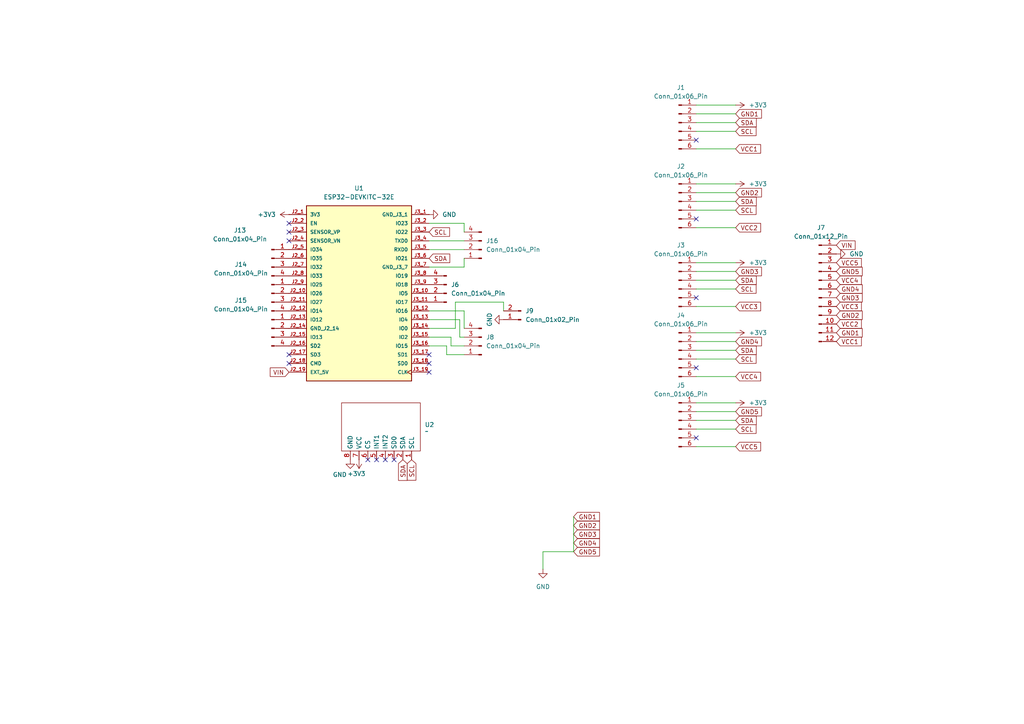
<source format=kicad_sch>
(kicad_sch (version 20231120) (generator "eeschema") (generator_version "8.0")
  (paper "A4")
  (lib_symbols
    (symbol "Connector:Conn_01x02_Pin" (pin_names (offset 1.016) hide)
      (property "Reference" "J" (at 0 2.54 0))
      (property "Value" "Conn_01x02_Pin" (at 0 -5.08 0))
      (symbol "Conn_01x02_Pin_1_1"
        (polyline (pts (xy 1.27 -2.54) (xy 0.8636 -2.54)) (stroke (width 0.1524)))
        (polyline (pts (xy 1.27 0) (xy 0.8636 0)) (stroke (width 0.1524)))
        (rectangle (start 0.8636 -2.413) (end 0 -2.667) (stroke (width 0.1524)) (fill (type outline)))
        (rectangle (start 0.8636 0.127) (end 0 -0.127) (stroke (width 0.1524)) (fill (type outline)))
        (pin passive line (at 5.08 0 180) (length 3.81) (name "Pin_1") (number "1"))
        (pin passive line (at 5.08 -2.54 180) (length 3.81) (name "Pin_2") (number "2"))
      )
    )
    (symbol "Connector:Conn_01x04_Pin" (pin_names (offset 1.016) hide)
      (property "Reference" "J" (at 0 5.08 0))
      (property "Value" "Conn_01x04_Pin" (at 0 -7.62 0))
      (symbol "Conn_01x04_Pin_1_1"
        (polyline (pts (xy 1.27 -5.08) (xy 0.8636 -5.08)) (stroke (width 0.1524)))
        (polyline (pts (xy 1.27 -2.54) (xy 0.8636 -2.54)) (stroke (width 0.1524)))
        (polyline (pts (xy 1.27 0) (xy 0.8636 0)) (stroke (width 0.1524)))
        (polyline (pts (xy 1.27 2.54) (xy 0.8636 2.54)) (stroke (width 0.1524)))
        (rectangle (start 0.8636 -4.953) (end 0 -5.207) (stroke (width 0.1524)) (fill (type outline)))
        (rectangle (start 0.8636 -2.413) (end 0 -2.667) (stroke (width 0.1524)) (fill (type outline)))
        (rectangle (start 0.8636 0.127) (end 0 -0.127) (stroke (width 0.1524)) (fill (type outline)))
        (rectangle (start 0.8636 2.667) (end 0 2.413) (stroke (width 0.1524)) (fill (type outline)))
        (pin passive line (at 5.08 2.54 180) (length 3.81) (name "Pin_1") (number "1"))
        (pin passive line (at 5.08 0 180) (length 3.81) (name "Pin_2") (number "2"))
        (pin passive line (at 5.08 -2.54 180) (length 3.81) (name "Pin_3") (number "3"))
        (pin passive line (at 5.08 -5.08 180) (length 3.81) (name "Pin_4") (number "4"))
      )
    )
    (symbol "Connector:Conn_01x06_Pin" (pin_names (offset 1.016) hide)
      (property "Reference" "J" (at 0 7.62 0))
      (property "Value" "Conn_01x06_Pin" (at 0 -10.16 0))
      (symbol "Conn_01x06_Pin_1_1"
        (polyline (pts (xy 1.27 -7.62) (xy 0.8636 -7.62)) (stroke (width 0.1524)))
        (polyline (pts (xy 1.27 -5.08) (xy 0.8636 -5.08)) (stroke (width 0.1524)))
        (polyline (pts (xy 1.27 -2.54) (xy 0.8636 -2.54)) (stroke (width 0.1524)))
        (polyline (pts (xy 1.27 0) (xy 0.8636 0)) (stroke (width 0.1524)))
        (polyline (pts (xy 1.27 2.54) (xy 0.8636 2.54)) (stroke (width 0.1524)))
        (polyline (pts (xy 1.27 5.08) (xy 0.8636 5.08)) (stroke (width 0.1524)))
        (rectangle (start 0.8636 -7.493) (end 0 -7.747) (stroke (width 0.1524)) (fill (type outline)))
        (rectangle (start 0.8636 -4.953) (end 0 -5.207) (stroke (width 0.1524)) (fill (type outline)))
        (rectangle (start 0.8636 -2.413) (end 0 -2.667) (stroke (width 0.1524)) (fill (type outline)))
        (rectangle (start 0.8636 0.127) (end 0 -0.127) (stroke (width 0.1524)) (fill (type outline)))
        (rectangle (start 0.8636 2.667) (end 0 2.413) (stroke (width 0.1524)) (fill (type outline)))
        (rectangle (start 0.8636 5.207) (end 0 4.953) (stroke (width 0.1524)) (fill (type outline)))
        (pin passive line (at 5.08 5.08 180) (length 3.81) (name "Pin_1") (number "1"))
        (pin passive line (at 5.08 2.54 180) (length 3.81) (name "Pin_2") (number "2"))
        (pin passive line (at 5.08 0 180) (length 3.81) (name "Pin_3") (number "3"))
        (pin passive line (at 5.08 -2.54 180) (length 3.81) (name "Pin_4") (number "4"))
        (pin passive line (at 5.08 -5.08 180) (length 3.81) (name "Pin_5") (number "5"))
        (pin passive line (at 5.08 -7.62 180) (length 3.81) (name "Pin_6") (number "6"))
      )
    )
    (symbol "Connector:Conn_01x12_Pin" (pin_names (offset 1.016) hide)
      (property "Reference" "J" (at 0 15.24 0))
      (property "Value" "Conn_01x12_Pin" (at 0 -17.78 0))
      (symbol "Conn_01x12_Pin_1_1"
        (polyline (pts (xy 1.27 -15.24) (xy 0.8636 -15.24)) (stroke (width 0.1524)))
        (polyline (pts (xy 1.27 -12.7) (xy 0.8636 -12.7)) (stroke (width 0.1524)))
        (polyline (pts (xy 1.27 -10.16) (xy 0.8636 -10.16)) (stroke (width 0.1524)))
        (polyline (pts (xy 1.27 -7.62) (xy 0.8636 -7.62)) (stroke (width 0.1524)))
        (polyline (pts (xy 1.27 -5.08) (xy 0.8636 -5.08)) (stroke (width 0.1524)))
        (polyline (pts (xy 1.27 -2.54) (xy 0.8636 -2.54)) (stroke (width 0.1524)))
        (polyline (pts (xy 1.27 0) (xy 0.8636 0)) (stroke (width 0.1524)))
        (polyline (pts (xy 1.27 2.54) (xy 0.8636 2.54)) (stroke (width 0.1524)))
        (polyline (pts (xy 1.27 5.08) (xy 0.8636 5.08)) (stroke (width 0.1524)))
        (polyline (pts (xy 1.27 7.62) (xy 0.8636 7.62)) (stroke (width 0.1524)))
        (polyline (pts (xy 1.27 10.16) (xy 0.8636 10.16)) (stroke (width 0.1524)))
        (polyline (pts (xy 1.27 12.7) (xy 0.8636 12.7)) (stroke (width 0.1524)))
        (rectangle (start 0.8636 -15.113) (end 0 -15.367) (stroke (width 0.1524)) (fill (type outline)))
        (rectangle (start 0.8636 -12.573) (end 0 -12.827) (stroke (width 0.1524)) (fill (type outline)))
        (rectangle (start 0.8636 -10.033) (end 0 -10.287) (stroke (width 0.1524)) (fill (type outline)))
        (rectangle (start 0.8636 -7.493) (end 0 -7.747) (stroke (width 0.1524)) (fill (type outline)))
        (rectangle (start 0.8636 -4.953) (end 0 -5.207) (stroke (width 0.1524)) (fill (type outline)))
        (rectangle (start 0.8636 -2.413) (end 0 -2.667) (stroke (width 0.1524)) (fill (type outline)))
        (rectangle (start 0.8636 0.127) (end 0 -0.127) (stroke (width 0.1524)) (fill (type outline)))
        (rectangle (start 0.8636 2.667) (end 0 2.413) (stroke (width 0.1524)) (fill (type outline)))
        (rectangle (start 0.8636 5.207) (end 0 4.953) (stroke (width 0.1524)) (fill (type outline)))
        (rectangle (start 0.8636 7.747) (end 0 7.493) (stroke (width 0.1524)) (fill (type outline)))
        (rectangle (start 0.8636 10.287) (end 0 10.033) (stroke (width 0.1524)) (fill (type outline)))
        (rectangle (start 0.8636 12.827) (end 0 12.573) (stroke (width 0.1524)) (fill (type outline)))
        (pin passive line (at 5.08 12.7 180) (length 3.81) (name "Pin_1") (number "1"))
        (pin passive line (at 5.08 -10.16 180) (length 3.81) (name "Pin_10") (number "10"))
        (pin passive line (at 5.08 -12.7 180) (length 3.81) (name "Pin_11") (number "11"))
        (pin passive line (at 5.08 -15.24 180) (length 3.81) (name "Pin_12") (number "12"))
        (pin passive line (at 5.08 10.16 180) (length 3.81) (name "Pin_2") (number "2"))
        (pin passive line (at 5.08 7.62 180) (length 3.81) (name "Pin_3") (number "3"))
        (pin passive line (at 5.08 5.08 180) (length 3.81) (name "Pin_4") (number "4"))
        (pin passive line (at 5.08 2.54 180) (length 3.81) (name "Pin_5") (number "5"))
        (pin passive line (at 5.08 0 180) (length 3.81) (name "Pin_6") (number "6"))
        (pin passive line (at 5.08 -2.54 180) (length 3.81) (name "Pin_7") (number "7"))
        (pin passive line (at 5.08 -5.08 180) (length 3.81) (name "Pin_8") (number "8"))
        (pin passive line (at 5.08 -7.62 180) (length 3.81) (name "Pin_9") (number "9"))
      )
    )
    (symbol "ESP32-DEVKITC-32E:ESP32-DEVKITC-32E" (pin_names (offset 1.016))
      (property "Reference" "U" (at -15.24 26.162 0))
      (property "Value" "ESP32-DEVKITC-32E" (at -15.24 -27.94 0))
      (symbol "ESP32-DEVKITC-32E_0_0"
        (rectangle (start -15.24 -25.4) (end 15.24 25.4) (stroke (width 0.254)) (fill (type background)))
        (pin power_in line (at -20.32 22.86 0) (length 5.08) (name "3V3") (number "J2_1"))
        (pin bidirectional line (at -20.32 0 0) (length 5.08) (name "IO26") (number "J2_10"))
        (pin bidirectional line (at -20.32 -2.54 0) (length 5.08) (name "IO27") (number "J2_11"))
        (pin bidirectional line (at -20.32 -5.08 0) (length 5.08) (name "IO14") (number "J2_12"))
        (pin bidirectional line (at -20.32 -7.62 0) (length 5.08) (name "IO12") (number "J2_13"))
        (pin power_in line (at -20.32 -10.16 0) (length 5.08) (name "GND_J2_14") (number "J2_14"))
        (pin bidirectional line (at -20.32 -12.7 0) (length 5.08) (name "IO13") (number "J2_15"))
        (pin bidirectional line (at -20.32 -15.24 0) (length 5.08) (name "SD2") (number "J2_16"))
        (pin bidirectional line (at -20.32 -17.78 0) (length 5.08) (name "SD3") (number "J2_17"))
        (pin bidirectional line (at -20.32 -20.32 0) (length 5.08) (name "CMD") (number "J2_18"))
        (pin power_in line (at -20.32 -22.86 0) (length 5.08) (name "EXT_5V") (number "J2_19"))
        (pin input line (at -20.32 20.32 0) (length 5.08) (name "EN") (number "J2_2"))
        (pin bidirectional line (at -20.32 17.78 0) (length 5.08) (name "SENSOR_VP") (number "J2_3"))
        (pin bidirectional line (at -20.32 15.24 0) (length 5.08) (name "SENSOR_VN") (number "J2_4"))
        (pin bidirectional line (at -20.32 12.7 0) (length 5.08) (name "IO34") (number "J2_5"))
        (pin bidirectional line (at -20.32 10.16 0) (length 5.08) (name "IO35") (number "J2_6"))
        (pin bidirectional line (at -20.32 7.62 0) (length 5.08) (name "IO32") (number "J2_7"))
        (pin bidirectional line (at -20.32 5.08 0) (length 5.08) (name "IO33") (number "J2_8"))
        (pin bidirectional line (at -20.32 2.54 0) (length 5.08) (name "IO25") (number "J2_9"))
        (pin power_in line (at 20.32 22.86 180) (length 5.08) (name "GND_J3_1") (number "J3_1"))
        (pin bidirectional line (at 20.32 0 180) (length 5.08) (name "IO5") (number "J3_10"))
        (pin bidirectional line (at 20.32 -2.54 180) (length 5.08) (name "IO17") (number "J3_11"))
        (pin bidirectional line (at 20.32 -5.08 180) (length 5.08) (name "IO16") (number "J3_12"))
        (pin bidirectional line (at 20.32 -7.62 180) (length 5.08) (name "IO4") (number "J3_13"))
        (pin bidirectional line (at 20.32 -10.16 180) (length 5.08) (name "IO0") (number "J3_14"))
        (pin bidirectional line (at 20.32 -12.7 180) (length 5.08) (name "IO2") (number "J3_15"))
        (pin bidirectional line (at 20.32 -15.24 180) (length 5.08) (name "IO15") (number "J3_16"))
        (pin bidirectional line (at 20.32 -17.78 180) (length 5.08) (name "SD1") (number "J3_17"))
        (pin bidirectional line (at 20.32 -20.32 180) (length 5.08) (name "SD0") (number "J3_18"))
        (pin bidirectional clock (at 20.32 -22.86 180) (length 5.08) (name "CLK") (number "J3_19"))
        (pin bidirectional line (at 20.32 20.32 180) (length 5.08) (name "IO23") (number "J3_2"))
        (pin bidirectional line (at 20.32 17.78 180) (length 5.08) (name "IO22") (number "J3_3"))
        (pin bidirectional line (at 20.32 15.24 180) (length 5.08) (name "TXD0") (number "J3_4"))
        (pin bidirectional line (at 20.32 12.7 180) (length 5.08) (name "RXD0") (number "J3_5"))
        (pin bidirectional line (at 20.32 10.16 180) (length 5.08) (name "IO21") (number "J3_6"))
        (pin power_in line (at 20.32 7.62 180) (length 5.08) (name "GND_J3_7") (number "J3_7"))
        (pin bidirectional line (at 20.32 5.08 180) (length 5.08) (name "IO19") (number "J3_8"))
        (pin bidirectional line (at 20.32 2.54 180) (length 5.08) (name "IO18") (number "J3_9"))
      )
    )
    (symbol "power:+3V3" (power) (pin_numbers hide) (pin_names (offset 0) hide)
      (property "Value" "+3V3" (at 0 3.556 0))
      (symbol "+3V3_0_1"
        (polyline (pts (xy -0.762 1.27) (xy 0 2.54)))
        (polyline (pts (xy 0 0) (xy 0 2.54)))
        (polyline (pts (xy 0 2.54) (xy 0.762 1.27)))
      )
      (symbol "+3V3_1_1"
        (pin power_in line (at 0 0 90) (length 0) (name "~") (number "1"))
      )
    )
    (symbol "power:GND" (power) (pin_numbers hide) (pin_names (offset 0) hide)
      (property "Value" "GND" (at 0 -3.81 0))
      (symbol "GND_0_1"
        (polyline (pts (xy 0 0) (xy 0 -1.27) (xy 1.27 -1.27) (xy 0 -2.54) (xy -1.27 -1.27) (xy 0 -1.27)))
      )
      (symbol "GND_1_1"
        (pin power_in line (at 0 0 270) (length 0) (name "~") (number "1"))
      )
    )
    (symbol "test:ADXL345"
      (property "Reference" "U" (at -0.508 10.668 0))
      (symbol "ADXL345_0_1"
        (rectangle (start -11.43 8.89) (end 11.43 -5.08))
      )
      (symbol "ADXL345_1_1"
        (pin input line (at 8.89 -7.62 90) (length 2.54) (name "SCL") (number "1"))
        (pin input line (at 6.35 -7.62 90) (length 2.54) (name "SDA") (number "2"))
        (pin input line (at 3.81 -7.62 90) (length 2.54) (name "SD0") (number "3"))
        (pin input line (at 1.27 -7.62 90) (length 2.54) (name "INT2") (number "4"))
        (pin input line (at -1.27 -7.62 90) (length 2.54) (name "INT1") (number "5"))
        (pin input line (at -3.81 -7.62 90) (length 2.54) (name "CS") (number "6"))
        (pin input line (at -6.35 -7.62 90) (length 2.54) (name "VCC") (number "7"))
        (pin input line (at -8.89 -7.62 90) (length 2.54) (name "GND") (number "8"))
      )
    )
  )
  (no_connect (at 106.68 133.35))
  (no_connect (at 83.82 67.31))
  (no_connect (at 83.82 69.85))
  (no_connect (at 83.82 64.77))
  (no_connect (at 109.22 133.35))
  (no_connect (at 114.3 133.35))
  (no_connect (at 201.93 63.5))
  (no_connect (at 111.76 133.35))
  (no_connect (at 201.93 86.36))
  (no_connect (at 124.46 107.95))
  (no_connect (at 83.82 102.87))
  (no_connect (at 83.82 105.41))
  (no_connect (at 201.93 106.68))
  (no_connect (at 201.93 127))
  (no_connect (at 201.93 40.64))
  (no_connect (at 124.46 105.41))
  (no_connect (at 124.46 102.87))
  (wire (pts (xy 124.46 69.85) (xy 134.62 69.85)))
  (wire (pts (xy 213.36 43.18) (xy 201.93 43.18)))
  (wire (pts (xy 213.36 99.06) (xy 201.93 99.06)))
  (wire (pts (xy 130.81 100.33) (xy 134.62 100.33)))
  (wire (pts (xy 213.36 78.74) (xy 201.93 78.74)))
  (wire (pts (xy 130.81 97.79) (xy 130.81 100.33)))
  (wire (pts (xy 213.36 116.84) (xy 201.93 116.84)))
  (wire (pts (xy 124.46 77.47) (xy 134.62 77.47)))
  (wire (pts (xy 213.36 129.54) (xy 201.93 129.54)))
  (wire (pts (xy 213.36 60.96) (xy 201.93 60.96)))
  (wire (pts (xy 213.36 88.9) (xy 201.93 88.9)))
  (wire (pts (xy 166.37 149.86) (xy 166.37 160.02)))
  (wire (pts (xy 213.36 104.14) (xy 201.93 104.14)))
  (wire (pts (xy 213.36 53.34) (xy 201.93 53.34)))
  (wire (pts (xy 124.46 72.39) (xy 134.62 72.39)))
  (wire (pts (xy 213.36 124.46) (xy 201.93 124.46)))
  (wire (pts (xy 213.36 38.1) (xy 201.93 38.1)))
  (wire (pts (xy 213.36 76.2) (xy 201.93 76.2)))
  (wire (pts (xy 124.46 64.77) (xy 134.62 64.77)))
  (wire (pts (xy 133.35 92.71) (xy 133.35 97.79)))
  (wire (pts (xy 124.46 92.71) (xy 133.35 92.71)))
  (wire (pts (xy 213.36 58.42) (xy 201.93 58.42)))
  (wire (pts (xy 213.36 81.28) (xy 201.93 81.28)))
  (wire (pts (xy 124.46 90.17) (xy 134.62 90.17)))
  (wire (pts (xy 213.36 109.22) (xy 201.93 109.22)))
  (wire (pts (xy 213.36 101.6) (xy 201.93 101.6)))
  (wire (pts (xy 213.36 121.92) (xy 201.93 121.92)))
  (wire (pts (xy 124.46 97.79) (xy 130.81 97.79)))
  (wire (pts (xy 146.05 87.63) (xy 146.05 90.17)))
  (wire (pts (xy 213.36 35.56) (xy 201.93 35.56)))
  (wire (pts (xy 213.36 96.52) (xy 201.93 96.52)))
  (wire (pts (xy 132.08 87.63) (xy 146.05 87.63)))
  (wire (pts (xy 129.54 102.87) (xy 134.62 102.87)))
  (wire (pts (xy 157.48 165.1) (xy 157.48 160.02)))
  (wire (pts (xy 134.62 77.47) (xy 134.62 74.93)))
  (wire (pts (xy 213.36 30.48) (xy 201.93 30.48)))
  (wire (pts (xy 133.35 97.79) (xy 134.62 97.79)))
  (wire (pts (xy 129.54 100.33) (xy 129.54 102.87)))
  (wire (pts (xy 134.62 90.17) (xy 134.62 95.25)))
  (wire (pts (xy 213.36 55.88) (xy 201.93 55.88)))
  (wire (pts (xy 134.62 64.77) (xy 134.62 67.31)))
  (wire (pts (xy 213.36 119.38) (xy 201.93 119.38)))
  (wire (pts (xy 124.46 95.25) (xy 132.08 95.25)))
  (wire (pts (xy 213.36 83.82) (xy 201.93 83.82)))
  (wire (pts (xy 213.36 33.02) (xy 201.93 33.02)))
  (wire (pts (xy 124.46 100.33) (xy 129.54 100.33)))
  (wire (pts (xy 132.08 95.25) (xy 132.08 87.63)))
  (wire (pts (xy 213.36 66.04) (xy 201.93 66.04)))
  (wire (pts (xy 157.48 160.02) (xy 166.37 160.02)))
  (global_label "GND4" (shape input) (at 242.57 83.82 0) (property "Intersheetrefs" "${INTERSHEET_REFS}" (effects (hide yes))))
  (global_label "VIN" (shape input) (at 83.82 107.95 180) (property "Intersheetrefs" "${INTERSHEET_REFS}" (effects (hide yes))))
  (global_label "VCC1" (shape input) (at 213.36 43.18 0) (property "Intersheetrefs" "${INTERSHEET_REFS}" (effects (hide yes))))
  (global_label "SDA" (shape input) (at 124.46 74.93 0) (property "Intersheetrefs" "${INTERSHEET_REFS}" (effects (hide yes))))
  (global_label "GND5" (shape input) (at 242.57 78.74 0) (property "Intersheetrefs" "${INTERSHEET_REFS}" (effects (hide yes))))
  (global_label "SDA" (shape input) (at 213.36 121.92 0) (property "Intersheetrefs" "${INTERSHEET_REFS}" (effects (hide yes))))
  (global_label "SCL" (shape input) (at 213.36 60.96 0) (property "Intersheetrefs" "${INTERSHEET_REFS}" (effects (hide yes))))
  (global_label "VCC5" (shape input) (at 242.57 76.2 0) (property "Intersheetrefs" "${INTERSHEET_REFS}" (effects (hide yes))))
  (global_label "GND2" (shape input) (at 213.36 55.88 0) (property "Intersheetrefs" "${INTERSHEET_REFS}" (effects (hide yes))))
  (global_label "SCL" (shape input) (at 213.36 104.14 0) (property "Intersheetrefs" "${INTERSHEET_REFS}" (effects (hide yes))))
  (global_label "GND4" (shape input) (at 166.37 157.48 0) (property "Intersheetrefs" "${INTERSHEET_REFS}" (effects (hide yes))))
  (global_label "GND3" (shape input) (at 213.36 78.74 0) (property "Intersheetrefs" "${INTERSHEET_REFS}" (effects (hide yes))))
  (global_label "GND3" (shape input) (at 242.57 86.36 0) (property "Intersheetrefs" "${INTERSHEET_REFS}" (effects (hide yes))))
  (global_label "VCC2" (shape input) (at 242.57 93.98 0) (property "Intersheetrefs" "${INTERSHEET_REFS}" (effects (hide yes))))
  (global_label "GND2" (shape input) (at 166.37 152.4 0) (property "Intersheetrefs" "${INTERSHEET_REFS}" (effects (hide yes))))
  (global_label "SDA" (shape input) (at 116.84 133.35 270) (property "Intersheetrefs" "${INTERSHEET_REFS}" (effects (hide yes))))
  (global_label "VCC5" (shape input) (at 213.36 129.54 0) (property "Intersheetrefs" "${INTERSHEET_REFS}" (effects (hide yes))))
  (global_label "GND5" (shape input) (at 166.37 160.02 0) (property "Intersheetrefs" "${INTERSHEET_REFS}" (effects (hide yes))))
  (global_label "SDA" (shape input) (at 213.36 81.28 0) (property "Intersheetrefs" "${INTERSHEET_REFS}" (effects (hide yes))))
  (global_label "VIN" (shape input) (at 242.57 71.12 0) (property "Intersheetrefs" "${INTERSHEET_REFS}" (effects (hide yes))))
  (global_label "GND4" (shape input) (at 213.36 99.06 0) (property "Intersheetrefs" "${INTERSHEET_REFS}" (effects (hide yes))))
  (global_label "VCC2" (shape input) (at 213.36 66.04 0) (property "Intersheetrefs" "${INTERSHEET_REFS}" (effects (hide yes))))
  (global_label "SDA" (shape input) (at 213.36 101.6 0) (property "Intersheetrefs" "${INTERSHEET_REFS}" (effects (hide yes))))
  (global_label "GND2" (shape input) (at 242.57 91.44 0) (property "Intersheetrefs" "${INTERSHEET_REFS}" (effects (hide yes))))
  (global_label "GND1" (shape input) (at 166.37 149.86 0) (property "Intersheetrefs" "${INTERSHEET_REFS}" (effects (hide yes))))
  (global_label "GND1" (shape input) (at 213.36 33.02 0) (property "Intersheetrefs" "${INTERSHEET_REFS}" (effects (hide yes))))
  (global_label "SCL" (shape input) (at 213.36 38.1 0) (property "Intersheetrefs" "${INTERSHEET_REFS}" (effects (hide yes))))
  (global_label "VCC1" (shape input) (at 242.57 99.06 0) (property "Intersheetrefs" "${INTERSHEET_REFS}" (effects (hide yes))))
  (global_label "SCL" (shape input) (at 124.46 67.31 0) (property "Intersheetrefs" "${INTERSHEET_REFS}" (effects (hide yes))))
  (global_label "SDA" (shape input) (at 213.36 35.56 0) (property "Intersheetrefs" "${INTERSHEET_REFS}" (effects (hide yes))))
  (global_label "VCC3" (shape input) (at 242.57 88.9 0) (property "Intersheetrefs" "${INTERSHEET_REFS}" (effects (hide yes))))
  (global_label "GND3" (shape input) (at 166.37 154.94 0) (property "Intersheetrefs" "${INTERSHEET_REFS}" (effects (hide yes))))
  (global_label "SCL" (shape input) (at 213.36 124.46 0) (property "Intersheetrefs" "${INTERSHEET_REFS}" (effects (hide yes))))
  (global_label "SCL" (shape input) (at 213.36 83.82 0) (property "Intersheetrefs" "${INTERSHEET_REFS}" (effects (hide yes))))
  (global_label "VCC3" (shape input) (at 213.36 88.9 0) (property "Intersheetrefs" "${INTERSHEET_REFS}" (effects (hide yes))))
  (global_label "SDA" (shape input) (at 213.36 58.42 0) (property "Intersheetrefs" "${INTERSHEET_REFS}" (effects (hide yes))))
  (global_label "GND5" (shape input) (at 213.36 119.38 0) (property "Intersheetrefs" "${INTERSHEET_REFS}" (effects (hide yes))))
  (global_label "SCL" (shape input) (at 119.38 133.35 270) (property "Intersheetrefs" "${INTERSHEET_REFS}" (effects (hide yes))))
  (global_label "VCC4" (shape input) (at 242.57 81.28 0) (property "Intersheetrefs" "${INTERSHEET_REFS}" (effects (hide yes))))
  (global_label "GND1" (shape input) (at 242.57 96.52 0) (property "Intersheetrefs" "${INTERSHEET_REFS}" (effects (hide yes))))
  (global_label "VCC4" (shape input) (at 213.36 109.22 0) (property "Intersheetrefs" "${INTERSHEET_REFS}" (effects (hide yes))))
  (symbol (lib_id "test:ADXL345") (at 110.49 125.73 0) (unit 1)
    (property "Reference" "U2" (at 123.19 123.1899 0) (effects (justify left)))
    (property "Value" "~" (at 123.19 125.095 0) (effects (justify left)))
    (property "Footprint" "test:ADXL345" (effects (hide yes)))
  )
  (symbol (lib_id "power:+3V3") (at 213.36 116.84 270) (unit 1)
    (property "Reference" "#PWR016" (effects (hide yes)))
    (property "Value" "+3V3" (at 217.17 116.8399 90) (effects (justify left)))
    (property "Description" "Power symbol creates a global label with name \"+3V3\"" (effects (hide yes)))
  )
  (symbol (lib_id "Connector:Conn_01x04_Pin") (at 139.7 100.33 180) (unit 1)
    (property "Reference" "J8" (at 140.97 97.7899 0) (effects (justify right)))
    (property "Value" "Conn_01x04_Pin" (at 140.97 100.3299 0) (effects (justify right)))
    (property "Footprint" "pin_header:PinHeader_1x04_P2.54mm_Vertical" (effects (hide yes)))
    (property "Description" "Generic connector, single row, 01x04, script generated" (effects (hide yes)))
  )
  (symbol (lib_id "power:+3V3") (at 104.14 133.35 180) (unit 1)
    (property "Reference" "#PWR02" (effects (hide yes)))
    (property "Value" "+3V3" (at 103.378 137.414 0))
    (property "Description" "Power symbol creates a global label with name \"+3V3\"" (effects (hide yes)))
  )
  (symbol (lib_id "power:GND") (at 124.46 62.23 90) (unit 1)
    (property "Reference" "#PWR05" (effects (hide yes)))
    (property "Value" "GND" (at 128.27 62.2299 90) (effects (justify right)))
    (property "Description" "Power symbol creates a global label with name \"GND\" , ground" (effects (hide yes)))
  )
  (symbol (lib_id "Connector:Conn_01x04_Pin") (at 78.74 85.09 0) (unit 1)
    (property "Reference" "J14" (at 69.85 76.708 0))
    (property "Value" "Conn_01x04_Pin" (at 69.85 79.248 0))
    (property "Footprint" "pin_header:PinHeader_1x04_P2.54mm_Vertical" (effects (hide yes)))
    (property "Description" "Generic connector, single row, 01x04, script generated" (effects (hide yes)))
  )
  (symbol (lib_id "Connector:Conn_01x06_Pin") (at 196.85 121.92 0) (unit 1)
    (property "Reference" "J5" (at 197.485 111.76 0))
    (property "Value" "Conn_01x06_Pin" (at 197.485 114.3 0))
    (property "Footprint" "Connector_PinHeader_2.54mm:PinHeader_1x06_P2.54mm_Vertical" (effects (hide yes)))
    (property "Description" "Generic connector, single row, 01x06, script generated" (effects (hide yes)))
  )
  (symbol (lib_id "power:GND") (at 157.48 165.1 0) (unit 1)
    (property "Reference" "#PWR06" (effects (hide yes)))
    (property "Value" "GND" (at 157.48 170.18 0))
    (property "Description" "Power symbol creates a global label with name \"GND\" , ground" (effects (hide yes)))
  )
  (symbol (lib_id "Connector:Conn_01x12_Pin") (at 237.49 83.82 0) (unit 1)
    (property "Reference" "J7" (at 238.125 66.04 0))
    (property "Value" "Conn_01x12_Pin" (at 238.125 68.58 0))
    (property "Footprint" "Connector_PinHeader_2.54mm:PinHeader_1x12_P2.54mm_Vertical" (effects (hide yes)))
    (property "Description" "Generic connector, single row, 01x12, script generated" (effects (hide yes)))
  )
  (symbol (lib_id "Connector:Conn_01x06_Pin") (at 196.85 58.42 0) (unit 1)
    (property "Reference" "J2" (at 197.485 48.26 0))
    (property "Value" "Conn_01x06_Pin" (at 197.485 50.8 0))
    (property "Footprint" "Connector_PinHeader_2.54mm:PinHeader_1x06_P2.54mm_Vertical" (effects (hide yes)))
    (property "Description" "Generic connector, single row, 01x06, script generated" (effects (hide yes)))
  )
  (symbol (lib_id "Connector:Conn_01x06_Pin") (at 196.85 81.28 0) (unit 1)
    (property "Reference" "J3" (at 197.485 71.12 0))
    (property "Value" "Conn_01x06_Pin" (at 197.485 73.66 0))
    (property "Footprint" "Connector_PinHeader_2.54mm:PinHeader_1x06_P2.54mm_Vertical" (effects (hide yes)))
    (property "Description" "Generic connector, single row, 01x06, script generated" (effects (hide yes)))
  )
  (symbol (lib_id "power:+3V3") (at 213.36 76.2 270) (unit 1)
    (property "Reference" "#PWR010" (effects (hide yes)))
    (property "Value" "+3V3" (at 217.17 76.1999 90) (effects (justify left)))
    (property "Description" "Power symbol creates a global label with name \"+3V3\"" (effects (hide yes)))
  )
  (symbol (lib_id "power:+3V3") (at 213.36 30.48 270) (unit 1)
    (property "Reference" "#PWR01" (effects (hide yes)))
    (property "Value" "+3V3" (at 217.17 30.4799 90) (effects (justify left)))
    (property "Description" "Power symbol creates a global label with name \"+3V3\"" (effects (hide yes)))
  )
  (symbol (lib_id "power:+3V3") (at 213.36 96.52 270) (unit 1)
    (property "Reference" "#PWR013" (effects (hide yes)))
    (property "Value" "+3V3" (at 217.17 96.5199 90) (effects (justify left)))
    (property "Description" "Power symbol creates a global label with name \"+3V3\"" (effects (hide yes)))
  )
  (symbol (lib_id "power:GND") (at 146.05 92.71 270) (unit 1)
    (property "Reference" "#PWR09" (effects (hide yes)))
    (property "Value" "GND" (at 141.986 92.71 0))
    (property "Description" "Power symbol creates a global label with name \"GND\" , ground" (effects (hide yes)))
  )
  (symbol (lib_id "Connector:Conn_01x04_Pin") (at 78.74 95.25 0) (unit 1)
    (property "Reference" "J15" (at 69.85 87.122 0))
    (property "Value" "Conn_01x04_Pin" (at 69.85 89.662 0))
    (property "Footprint" "pin_header:PinHeader_1x04_P2.54mm_Vertical" (effects (hide yes)))
    (property "Description" "Generic connector, single row, 01x04, script generated" (effects (hide yes)))
  )
  (symbol (lib_id "Connector:Conn_01x04_Pin") (at 139.7 72.39 180) (unit 1)
    (property "Reference" "J16" (at 140.97 69.8499 0) (effects (justify right)))
    (property "Value" "Conn_01x04_Pin" (at 140.97 72.3899 0) (effects (justify right)))
    (property "Footprint" "pin_header:PinHeader_1x04_P2.54mm_Vertical" (effects (hide yes)))
    (property "Description" "Generic connector, single row, 01x04, script generated" (effects (hide yes)))
  )
  (symbol (lib_id "Connector:Conn_01x04_Pin") (at 78.74 74.93 0) (unit 1)
    (property "Reference" "J13" (at 69.596 66.802 0))
    (property "Value" "Conn_01x04_Pin" (at 69.596 69.342 0))
    (property "Footprint" "pin_header:PinHeader_1x04_P2.54mm_Vertical" (effects (hide yes)))
    (property "Description" "Generic connector, single row, 01x04, script generated" (effects (hide yes)))
  )
  (symbol (lib_id "Connector:Conn_01x04_Pin") (at 129.54 85.09 180) (unit 1)
    (property "Reference" "J6" (at 130.81 82.5499 0) (effects (justify right)))
    (property "Value" "Conn_01x04_Pin" (at 130.81 85.0899 0) (effects (justify right)))
    (property "Footprint" "Connector_PinHeader_2.54mm:PinHeader_1x04_P2.54mm_Vertical" (effects (hide yes)))
    (property "Description" "Generic connector, single row, 01x04, script generated" (effects (hide yes)))
  )
  (symbol (lib_id "power:+3V3") (at 213.36 53.34 270) (unit 1)
    (property "Reference" "#PWR07" (effects (hide yes)))
    (property "Value" "+3V3" (at 217.17 53.3399 90) (effects (justify left)))
    (property "Description" "Power symbol creates a global label with name \"+3V3\"" (effects (hide yes)))
  )
  (symbol (lib_id "power:GND") (at 101.6 133.35 0) (unit 1)
    (property "Reference" "#PWR03" (effects (hide yes)))
    (property "Value" "GND" (at 98.552 137.668 0))
    (property "Description" "Power symbol creates a global label with name \"GND\" , ground" (effects (hide yes)))
  )
  (symbol (lib_id "power:GND") (at 242.57 73.66 90) (unit 1)
    (property "Reference" "#PWR08" (effects (hide yes)))
    (property "Value" "GND" (at 246.38 73.6601 90) (effects (justify right)))
    (property "Description" "Power symbol creates a global label with name \"GND\" , ground" (effects (hide yes)))
  )
  (symbol (lib_id "power:+3V3") (at 83.82 62.23 90) (unit 1)
    (property "Reference" "#PWR04" (effects (hide yes)))
    (property "Value" "+3V3" (at 80.01 62.2299 90) (effects (justify left)))
    (property "Description" "Power symbol creates a global label with name \"+3V3\"" (effects (hide yes)))
  )
  (symbol (lib_id "Connector:Conn_01x06_Pin") (at 196.85 35.56 0) (unit 1)
    (property "Reference" "J1" (at 197.485 25.4 0))
    (property "Value" "Conn_01x06_Pin" (at 197.485 27.94 0))
    (property "Footprint" "Connector_PinHeader_2.54mm:PinHeader_1x06_P2.54mm_Vertical" (effects (hide yes)))
    (property "Description" "Generic connector, single row, 01x06, script generated" (effects (hide yes)))
  )
  (symbol (lib_id "Connector:Conn_01x06_Pin") (at 196.85 101.6 0) (unit 1)
    (property "Reference" "J4" (at 197.485 91.44 0))
    (property "Value" "Conn_01x06_Pin" (at 197.485 93.98 0))
    (property "Footprint" "Connector_PinHeader_2.54mm:PinHeader_1x06_P2.54mm_Vertical" (effects (hide yes)))
    (property "Description" "Generic connector, single row, 01x06, script generated" (effects (hide yes)))
  )
  (symbol (lib_id "ESP32-DEVKITC-32E:ESP32-DEVKITC-32E") (at 104.14 85.09 0) (unit 1)
    (property "Reference" "U1" (at 104.14 54.61 0))
    (property "Value" "ESP32-DEVKITC-32E" (at 104.14 57.15 0))
    (property "Footprint" "ESP32_DEVKITC_32E:MODULE_ESP32-DEVKITC-32E" (effects (hide yes)))
    (property "PARTREV" "1.4" (effects (hide yes)))
    (property "STANDARD" "Manufacturer Recommendations" (effects (hide yes)))
    (property "MANUFACTURER" "Espressif Systems" (effects (hide yes)))
  )
  (symbol (lib_id "Connector:Conn_01x02_Pin") (at 151.13 92.71 180) (unit 1)
    (property "Reference" "J9" (at 152.4 90.1699 0) (effects (justify right)))
    (property "Value" "Conn_01x02_Pin" (at 152.4 92.7099 0) (effects (justify right)))
    (property "Footprint" "Connector_PinHeader_2.54mm:PinHeader_1x02_P2.54mm_Vertical" (effects (hide yes)))
    (property "Description" "Generic connector, single row, 01x02, script generated" (effects (hide yes)))
  )
)
</source>
